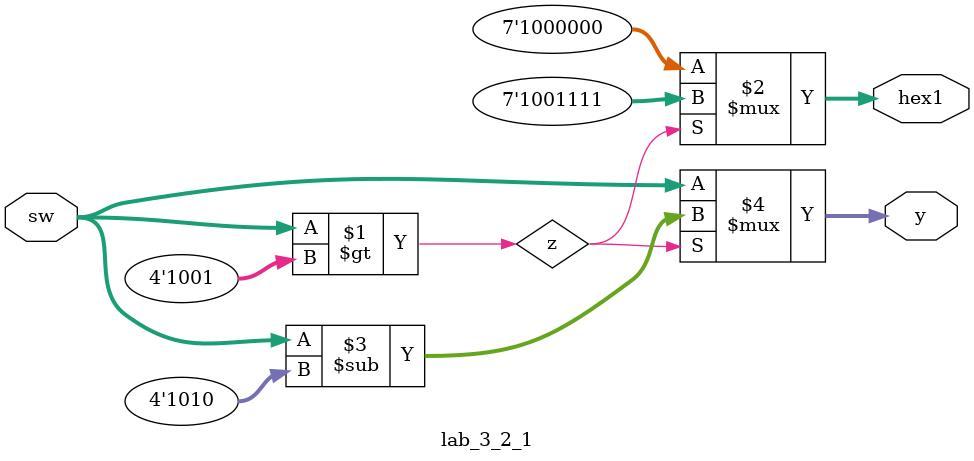
<source format=v>
module lab_3_2_1(sw, hex1, y);
input [3:0] sw;
output [6:0] hex1;
output [3:0] y;

wire z;
//Если на свичах больше 9, то на экранчик
//Отвечающий за десятые
//Выводим 1 для чисел 10-19 (1 + число от прошлого задания)
//Если меньше, то пусть остается 0
//И будет срабатывать файл из прошлого задания
//Там уже выводим только 1-9
assign z = (sw[3:0] > 4'b1001);
assign hex1 = (z) ? 7'b1001111 : 7'b1000000;
assign y = (z) ? sw[3:0]-4'b1010 : sw[3:0]; // Забираем единицы из числа
//Надо взять 3 из 13
//Вычтем из 13 10 побитово и почим 3, которую потом запихнем во второй файл
//и там через кейс уже выведем это число в другом файле
//Файлы у нас связаны через оболочку, которая стягивает их
//

endmodule
</source>
